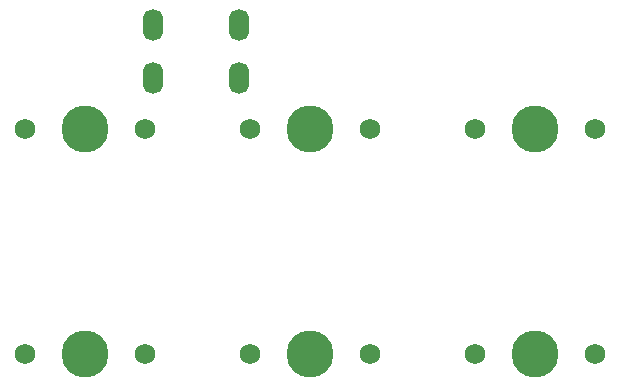
<source format=gts>
G04 #@! TF.GenerationSoftware,KiCad,Pcbnew,5.1.12-84ad8e8a86~92~ubuntu18.04.1*
G04 #@! TF.CreationDate,2021-11-24T18:10:13-06:00*
G04 #@! TF.ProjectId,sixpack,73697870-6163-46b2-9e6b-696361645f70,rev?*
G04 #@! TF.SameCoordinates,Original*
G04 #@! TF.FileFunction,Soldermask,Top*
G04 #@! TF.FilePolarity,Negative*
%FSLAX46Y46*%
G04 Gerber Fmt 4.6, Leading zero omitted, Abs format (unit mm)*
G04 Created by KiCad (PCBNEW 5.1.12-84ad8e8a86~92~ubuntu18.04.1) date 2021-11-24 18:10:13*
%MOMM*%
%LPD*%
G01*
G04 APERTURE LIST*
%ADD10C,1.750000*%
%ADD11C,3.987800*%
%ADD12O,1.700000X2.700000*%
G04 APERTURE END LIST*
D10*
G04 #@! TO.C,MX4*
X107460000Y-58930000D03*
X97300000Y-58930000D03*
D11*
X102380000Y-58930000D03*
G04 #@! TD*
D10*
G04 #@! TO.C,MX2*
X88423750Y-59000000D03*
X78263750Y-59000000D03*
D11*
X83343750Y-59000000D03*
G04 #@! TD*
D12*
G04 #@! TO.C,USB1*
X89060000Y-50140000D03*
X96360000Y-50140000D03*
X96360000Y-54640000D03*
X89060000Y-54640000D03*
G04 #@! TD*
D10*
G04 #@! TO.C,MX6*
X126500000Y-58930000D03*
X116340000Y-58930000D03*
D11*
X121420000Y-58930000D03*
G04 #@! TD*
D10*
G04 #@! TO.C,MX5*
X126520000Y-78010000D03*
X116360000Y-78010000D03*
D11*
X121440000Y-78010000D03*
G04 #@! TD*
D10*
G04 #@! TO.C,MX3*
X107480000Y-78030000D03*
X97320000Y-78030000D03*
D11*
X102400000Y-78030000D03*
G04 #@! TD*
D10*
G04 #@! TO.C,MX1*
X88423750Y-78020000D03*
X78263750Y-78020000D03*
D11*
X83343750Y-78020000D03*
G04 #@! TD*
M02*

</source>
